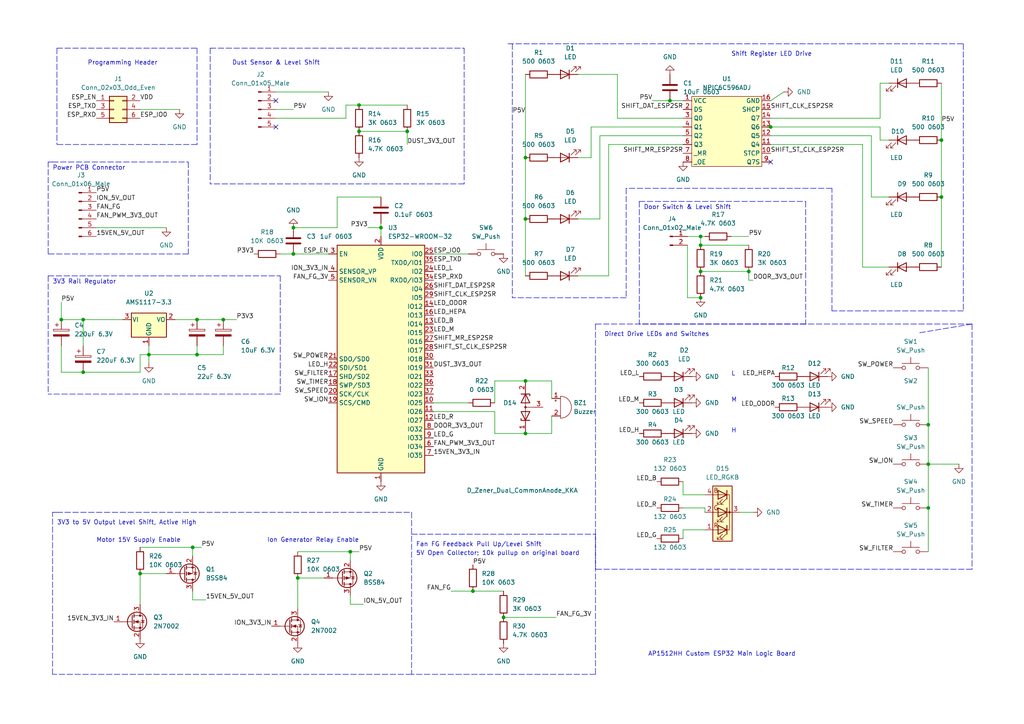
<source format=kicad_sch>
(kicad_sch (version 20211123) (generator eeschema)
  (paper "A4")
  (lib_symbols
    (symbol "A_Project_Library:NPIC6C596ADJ"
      (property "Reference" "U" (at 0 6.35 0))
      (property "Value" "NPIC6C596ADJ" (at 0 -11.43 0))
      (symbol "NPIC6C596ADJ_1_1"
        (pin power_in line (at -12.7 11.43 0) (length 2.54) (name "VCC") (number "1"))
        (pin input line (at 12.7 -3.81 180) (length 2.54) (name "STCP") (number "10"))
        (pin open_collector line (at 12.7 -1.27 180) (length 2.54) (name "Q4") (number "11"))
        (pin open_collector line (at 12.7 1.27 180) (length 2.54) (name "Q5") (number "12"))
        (pin open_collector line (at 12.7 3.81 180) (length 2.54) (name "Q6") (number "13"))
        (pin open_collector line (at 12.7 6.35 180) (length 2.54) (name "Q7") (number "14"))
        (pin input line (at 12.7 8.89 180) (length 2.54) (name "SHCP") (number "15"))
        (pin power_in line (at 12.7 11.43 180) (length 2.54) (name "GND") (number "16"))
        (pin input line (at -12.7 8.89 0) (length 2.54) (name "DS") (number "2"))
        (pin open_collector line (at -12.7 6.35 0) (length 2.54) (name "Q0") (number "3"))
        (pin open_collector line (at -12.7 3.81 0) (length 2.54) (name "Q1") (number "4"))
        (pin open_collector line (at -12.7 1.27 0) (length 2.54) (name "Q2") (number "5"))
        (pin open_collector line (at -12.7 -1.27 0) (length 2.54) (name "Q3") (number "6"))
        (pin input line (at -12.7 -3.81 0) (length 2.54) (name "_MR") (number "7"))
        (pin input line (at -12.7 -6.35 0) (length 2.54) (name "_OE") (number "8"))
        (pin open_collector line (at 12.7 -6.35 180) (length 2.54) (name "Q7S") (number "9"))
      )
    )
    (symbol "Connector:Conn_01x02_Male" (pin_names (offset 1.016) hide)
      (property "Reference" "J" (at 0 2.54 0))
      (property "Value" "Conn_01x02_Male" (at 0 -5.08 0))
      (symbol "Conn_01x02_Male_1_1"
        (pin passive line (at 5.08 0 180) (length 3.81) (name "Pin_1") (number "1"))
        (pin passive line (at 5.08 -2.54 180) (length 3.81) (name "Pin_2") (number "2"))
      )
    )
    (symbol "Connector:Conn_01x05_Male" (pin_names (offset 1.016) hide)
      (property "Reference" "J" (at 0 7.62 0))
      (property "Value" "Conn_01x05_Male" (at 0 -7.62 0))
      (symbol "Conn_01x05_Male_1_1"
        (pin passive line (at 5.08 5.08 180) (length 3.81) (name "Pin_1") (number "1"))
        (pin passive line (at 5.08 2.54 180) (length 3.81) (name "Pin_2") (number "2"))
        (pin passive line (at 5.08 0 180) (length 3.81) (name "Pin_3") (number "3"))
        (pin passive line (at 5.08 -2.54 180) (length 3.81) (name "Pin_4") (number "4"))
        (pin passive line (at 5.08 -5.08 180) (length 3.81) (name "Pin_5") (number "5"))
      )
    )
    (symbol "Connector:Conn_01x06_Male" (pin_names (offset 1.016) hide)
      (property "Reference" "J" (at 0 7.62 0))
      (property "Value" "Conn_01x06_Male" (at 0 -10.16 0))
      (symbol "Conn_01x06_Male_1_1"
        (pin passive line (at 5.08 5.08 180) (length 3.81) (name "Pin_1") (number "1"))
        (pin passive line (at 5.08 2.54 180) (length 3.81) (name "Pin_2") (number "2"))
        (pin passive line (at 5.08 0 180) (length 3.81) (name "Pin_3") (number "3"))
        (pin passive line (at 5.08 -2.54 180) (length 3.81) (name "Pin_4") (number "4"))
        (pin passive line (at 5.08 -5.08 180) (length 3.81) (name "Pin_5") (number "5"))
        (pin passive line (at 5.08 -7.62 180) (length 3.81) (name "Pin_6") (number "6"))
      )
    )
    (symbol "Connector_Generic:Conn_02x03_Odd_Even" (pin_names (offset 1.016) hide)
      (property "Reference" "J" (at 1.27 5.08 0))
      (property "Value" "Conn_02x03_Odd_Even" (at 1.27 -5.08 0))
      (symbol "Conn_02x03_Odd_Even_1_1"
        (pin passive line (at -5.08 2.54 0) (length 3.81) (name "Pin_1") (number "1"))
        (pin passive line (at 7.62 2.54 180) (length 3.81) (name "Pin_2") (number "2"))
        (pin passive line (at -5.08 0 0) (length 3.81) (name "Pin_3") (number "3"))
        (pin passive line (at 7.62 0 180) (length 3.81) (name "Pin_4") (number "4"))
        (pin passive line (at -5.08 -2.54 0) (length 3.81) (name "Pin_5") (number "5"))
        (pin passive line (at 7.62 -2.54 180) (length 3.81) (name "Pin_6") (number "6"))
      )
    )
    (symbol "Device:Buzzer" (pin_names (offset 0.0254) hide)
      (property "Reference" "BZ" (at 3.81 1.27 0))
      (property "Value" "Buzzer" (at 3.81 -1.27 0))
      (symbol "Buzzer_1_1"
        (pin passive line (at -2.54 2.54 0) (length 2.54) (name "-") (number "1"))
        (pin passive line (at -2.54 -2.54 0) (length 2.54) (name "+") (number "2"))
      )
    )
    (symbol "Device:C" (pin_numbers hide) (pin_names (offset 0.254))
      (property "Reference" "C" (at 0.635 2.54 0))
      (property "Value" "C" (at 0.635 -2.54 0))
      (symbol "C_1_1"
        (pin passive line (at 0 3.81 270) (length 2.794) (name "~") (number "1"))
        (pin passive line (at 0 -3.81 90) (length 2.794) (name "~") (number "2"))
      )
    )
    (symbol "Device:C_Polarized" (pin_numbers hide) (pin_names (offset 0.254))
      (property "Reference" "C" (at 0.635 2.54 0))
      (property "Value" "C_Polarized" (at 0.635 -2.54 0))
      (symbol "C_Polarized_1_1"
        (pin passive line (at 0 3.81 270) (length 2.794) (name "~") (number "1"))
        (pin passive line (at 0 -3.81 90) (length 2.794) (name "~") (number "2"))
      )
    )
    (symbol "Device:D_Zener_Dual_CommonAnode_KKA" (pin_names (offset 0.762) hide)
      (property "Reference" "D" (at 1.27 -2.54 0))
      (property "Value" "D_Zener_Dual_CommonAnode_KKA" (at 0 2.54 0))
      (symbol "D_Zener_Dual_CommonAnode_KKA_0_1"
        (pin passive line (at -7.62 0 0) (length 3.81) (name "K") (number "1"))
        (pin passive line (at 7.62 0 180) (length 3.81) (name "K") (number "2"))
        (pin passive line (at 0 -5.08 90) (length 2.54) (name "A") (number "3"))
      )
    )
    (symbol "Device:LED" (pin_numbers hide) (pin_names (offset 1.016) hide)
      (property "Reference" "D" (at 0 2.54 0))
      (property "Value" "LED" (at 0 -2.54 0))
      (symbol "LED_1_1"
        (pin passive line (at -3.81 0 0) (length 2.54) (name "K") (number "1"))
        (pin passive line (at 3.81 0 180) (length 2.54) (name "A") (number "2"))
      )
    )
    (symbol "Device:LED_RGKB" (pin_names (offset 0) hide)
      (property "Reference" "D" (at 0 9.398 0))
      (property "Value" "LED_RGKB" (at 0 -8.89 0))
      (symbol "LED_RGKB_0_0"
        (text "B" (at 1.905 -6.35 0) (effects (font (size 1.27 1.27))))
        (text "G" (at 1.905 -1.27 0) (effects (font (size 1.27 1.27))))
        (text "R" (at 1.905 3.81 0) (effects (font (size 1.27 1.27))))
      )
      (symbol "LED_RGKB_1_1"
        (pin passive line (at 5.08 5.08 180) (length 2.54) (name "RA") (number "1"))
        (pin passive line (at 5.08 0 180) (length 2.54) (name "GA") (number "2"))
        (pin passive line (at -5.08 0 0) (length 2.54) (name "K") (number "3"))
        (pin passive line (at 5.08 -5.08 180) (length 2.54) (name "BA") (number "4"))
      )
    )
    (symbol "Device:R" (pin_numbers hide) (pin_names (offset 0))
      (property "Reference" "R" (at 2.032 0 90))
      (property "Value" "R" (at 0 0 90))
      (symbol "R_1_1"
        (pin passive line (at 0 3.81 270) (length 1.27) (name "~") (number "1"))
        (pin passive line (at 0 -3.81 90) (length 1.27) (name "~") (number "2"))
      )
    )
    (symbol "RF_Module:ESP32-WROOM-32"
      (property "Reference" "U" (at -12.7 34.29 0))
      (property "Value" "ESP32-WROOM-32" (at 1.27 34.29 0))
      (symbol "ESP32-WROOM-32_1_1"
        (pin power_in line (at 0 -35.56 90) (length 2.54) (name "GND") (number "1"))
        (pin bidirectional line (at 15.24 -12.7 180) (length 2.54) (name "IO25") (number "10"))
        (pin bidirectional line (at 15.24 -15.24 180) (length 2.54) (name "IO26") (number "11"))
        (pin bidirectional line (at 15.24 -17.78 180) (length 2.54) (name "IO27") (number "12"))
        (pin bidirectional line (at 15.24 10.16 180) (length 2.54) (name "IO14") (number "13"))
        (pin bidirectional line (at 15.24 15.24 180) (length 2.54) (name "IO12") (number "14"))
        (pin passive line (at 0 -35.56 90) (length 2.54) hide (name "GND") (number "15"))
        (pin bidirectional line (at 15.24 12.7 180) (length 2.54) (name "IO13") (number "16"))
        (pin bidirectional line (at -15.24 -5.08 0) (length 2.54) (name "SHD/SD2") (number "17"))
        (pin bidirectional line (at -15.24 -7.62 0) (length 2.54) (name "SWP/SD3") (number "18"))
        (pin bidirectional line (at -15.24 -12.7 0) (length 2.54) (name "SCS/CMD") (number "19"))
        (pin power_in line (at 0 35.56 270) (length 2.54) (name "VDD") (number "2"))
        (pin bidirectional line (at -15.24 -10.16 0) (length 2.54) (name "SCK/CLK") (number "20"))
        (pin bidirectional line (at -15.24 0 0) (length 2.54) (name "SDO/SD0") (number "21"))
        (pin bidirectional line (at -15.24 -2.54 0) (length 2.54) (name "SDI/SD1") (number "22"))
        (pin bidirectional line (at 15.24 7.62 180) (length 2.54) (name "IO15") (number "23"))
        (pin bidirectional line (at 15.24 25.4 180) (length 2.54) (name "IO2") (number "24"))
        (pin bidirectional line (at 15.24 30.48 180) (length 2.54) (name "IO0") (number "25"))
        (pin bidirectional line (at 15.24 20.32 180) (length 2.54) (name "IO4") (number "26"))
        (pin bidirectional line (at 15.24 5.08 180) (length 2.54) (name "IO16") (number "27"))
        (pin bidirectional line (at 15.24 2.54 180) (length 2.54) (name "IO17") (number "28"))
        (pin bidirectional line (at 15.24 17.78 180) (length 2.54) (name "IO5") (number "29"))
        (pin input line (at -15.24 30.48 0) (length 2.54) (name "EN") (number "3"))
        (pin bidirectional line (at 15.24 0 180) (length 2.54) (name "IO18") (number "30"))
        (pin bidirectional line (at 15.24 -2.54 180) (length 2.54) (name "IO19") (number "31"))
        (pin no_connect line (at -12.7 -27.94 0) (length 2.54) hide (name "NC") (number "32"))
        (pin bidirectional line (at 15.24 -5.08 180) (length 2.54) (name "IO21") (number "33"))
        (pin bidirectional line (at 15.24 22.86 180) (length 2.54) (name "RXD0/IO3") (number "34"))
        (pin bidirectional line (at 15.24 27.94 180) (length 2.54) (name "TXD0/IO1") (number "35"))
        (pin bidirectional line (at 15.24 -7.62 180) (length 2.54) (name "IO22") (number "36"))
        (pin bidirectional line (at 15.24 -10.16 180) (length 2.54) (name "IO23") (number "37"))
        (pin passive line (at 0 -35.56 90) (length 2.54) hide (name "GND") (number "38"))
        (pin passive line (at 0 -35.56 90) (length 2.54) hide (name "GND") (number "39"))
        (pin input line (at -15.24 25.4 0) (length 2.54) (name "SENSOR_VP") (number "4"))
        (pin input line (at -15.24 22.86 0) (length 2.54) (name "SENSOR_VN") (number "5"))
        (pin input line (at 15.24 -25.4 180) (length 2.54) (name "IO34") (number "6"))
        (pin input line (at 15.24 -27.94 180) (length 2.54) (name "IO35") (number "7"))
        (pin bidirectional line (at 15.24 -20.32 180) (length 2.54) (name "IO32") (number "8"))
        (pin bidirectional line (at 15.24 -22.86 180) (length 2.54) (name "IO33") (number "9"))
      )
    )
    (symbol "Regulator_Linear:AMS1117-3.3" (pin_names (offset 0.254))
      (property "Reference" "U" (at -3.81 3.175 0))
      (property "Value" "AMS1117-3.3" (at 0 3.175 0))
      (symbol "AMS1117-3.3_1_1"
        (pin power_in line (at 0 -7.62 90) (length 2.54) (name "GND") (number "1"))
        (pin power_out line (at 7.62 0 180) (length 2.54) (name "VO") (number "2"))
        (pin power_in line (at -7.62 0 0) (length 2.54) (name "VI") (number "3"))
      )
    )
    (symbol "Switch:SW_Push" (pin_numbers hide) (pin_names (offset 1.016) hide)
      (property "Reference" "SW" (at 1.27 2.54 0))
      (property "Value" "SW_Push" (at 0 -1.524 0))
      (symbol "SW_Push_0_1"
        (pin passive line (at -5.08 0 0) (length 2.54) (name "1") (number "1"))
        (pin passive line (at 5.08 0 180) (length 2.54) (name "2") (number "2"))
      )
    )
    (symbol "Transistor_FET:2N7002" (pin_names hide)
      (property "Reference" "Q" (at 5.08 1.905 0))
      (property "Value" "2N7002" (at 5.08 0 0))
      (symbol "2N7002_1_1"
        (pin input line (at -5.08 0 0) (length 2.54) (name "G") (number "1"))
        (pin passive line (at 2.54 -5.08 90) (length 2.54) (name "S") (number "2"))
        (pin passive line (at 2.54 5.08 270) (length 2.54) (name "D") (number "3"))
      )
    )
    (symbol "Transistor_FET:BSS84" (pin_names hide)
      (property "Reference" "Q" (at 5.08 1.905 0))
      (property "Value" "BSS84" (at 5.08 0 0))
      (symbol "BSS84_1_1"
        (pin input line (at -5.08 0 0) (length 2.54) (name "G") (number "1"))
        (pin passive line (at 2.54 -5.08 90) (length 2.54) (name "S") (number "2"))
        (pin passive line (at 2.54 5.08 270) (length 2.54) (name "D") (number "3"))
      )
    )
    (symbol "power:GND" (power) (pin_names (offset 0))
      (property "Value" "GND" (at 0 -3.81 0))
      (symbol "GND_1_1"
        (pin power_in line (at 0 0 270) (length 0) hide (name "GND") (number "1"))
      )
    )
  )
  (junction (at 57.15 92.71))
  (junction (at 57.15 102.87))
  (junction (at 86.36 167.64))
  (junction (at 85.09 73.66))
  (junction (at 273.05 57.15))
  (junction (at 223.52 36.83))
  (junction (at 24.13 107.95))
  (junction (at 104.14 38.1))
  (junction (at 118.11 38.1))
  (junction (at 203.2 68.58))
  (junction (at 104.14 30.48))
  (junction (at 110.49 66.04))
  (junction (at 85.09 66.04))
  (junction (at 101.6 160.02))
  (junction (at 269.24 123.19))
  (junction (at 269.24 147.32))
  (junction (at 43.18 102.87))
  (junction (at 40.64 166.37))
  (junction (at 152.4 63.5))
  (junction (at 273.05 40.64))
  (junction (at 64.77 92.71))
  (junction (at 152.4 110.49))
  (junction (at 152.4 45.72))
  (junction (at 152.4 125.73))
  (junction (at 203.2 71.12))
  (junction (at 24.13 92.71))
  (junction (at 17.78 92.71))
  (junction (at 203.2 86.36))
  (junction (at 217.17 78.74))
  (junction (at 269.24 134.62))
  (junction (at 137.16 171.45))
  (junction (at 146.05 179.07))
  (junction (at 203.2 78.74))
  (junction (at 55.88 158.75))
  (junction (at 194.31 29.21))
  (no_connect (at 223.52 46.99))
  (no_connect (at 80.01 36.83))
  (no_connect (at 80.01 29.21))
  (polyline (pts (xy 13.97 73.66) (xy 13.97 46.99)))
  (wire (pts (xy 255.27 24.13) (xy 255.27 34.29)))
  (wire (pts (xy 203.2 71.12) (xy 217.17 71.12)))
  (wire (pts (xy 250.19 41.91) (xy 223.52 41.91)))
  (wire (pts (xy 152.4 110.49) (xy 160.02 110.49)))
  (wire (pts (xy 269.24 134.62) (xy 278.13 134.62)))
  (polyline (pts (xy 15.24 148.59) (xy 16.51 148.59)))
  (polyline (pts (xy 15.24 46.99) (xy 54.61 46.99)))
  (wire (pts (xy 204.47 147.32) (xy 204.47 148.59)))
  (wire (pts (xy 40.64 166.37) (xy 40.64 175.26)))
  (wire (pts (xy 152.4 125.73) (xy 143.51 125.73)))
  (wire (pts (xy 57.15 102.87) (xy 57.15 100.33)))
  (wire (pts (xy 143.51 116.84) (xy 143.51 110.49)))
  (wire (pts (xy 100.33 30.48) (xy 104.14 30.48)))
  (wire (pts (xy 167.64 45.72) (xy 171.45 45.72)))
  (wire (pts (xy 218.44 81.28) (xy 217.17 81.28)))
  (wire (pts (xy 198.12 153.67) (xy 198.12 156.21)))
  (wire (pts (xy 189.23 29.21) (xy 194.31 29.21)))
  (wire (pts (xy 125.73 116.84) (xy 135.89 116.84)))
  (wire (pts (xy 110.49 57.15) (xy 97.79 57.15)))
  (wire (pts (xy 217.17 81.28) (xy 217.17 78.74)))
  (polyline (pts (xy 134.62 13.97) (xy 134.62 53.34)))
  (wire (pts (xy 173.99 39.37) (xy 173.99 63.5)))
  (wire (pts (xy 171.45 45.72) (xy 171.45 36.83)))
  (wire (pts (xy 24.13 92.71) (xy 24.13 100.33)))
  (polyline (pts (xy 185.42 58.42) (xy 185.42 93.98)))
  (polyline (pts (xy 13.97 46.99) (xy 15.24 46.99)))
  (polyline (pts (xy 119.38 148.59) (xy 119.38 195.58)))
  (polyline (pts (xy 279.4 12.7) (xy 279.4 90.17)))
  (wire (pts (xy 17.78 87.63) (xy 17.78 92.71)))
  (polyline (pts (xy 241.3 90.17) (xy 241.3 54.61)))
  (wire (pts (xy 194.31 29.21) (xy 198.12 29.21)))
  (wire (pts (xy 257.81 40.64) (xy 255.27 40.64)))
  (wire (pts (xy 214.63 148.59) (xy 218.44 148.59)))
  (wire (pts (xy 97.79 66.04) (xy 85.09 66.04)))
  (wire (pts (xy 227.33 26.67) (xy 223.52 29.21)))
  (polyline (pts (xy 60.96 13.97) (xy 134.62 13.97)))
  (wire (pts (xy 143.51 125.73) (xy 143.51 119.38)))
  (wire (pts (xy 80.01 31.75) (xy 85.09 31.75)))
  (polyline (pts (xy 16.51 148.59) (xy 119.38 148.59)))
  (polyline (pts (xy 54.61 73.66) (xy 13.97 73.66)))
  (polyline (pts (xy 13.97 80.01) (xy 13.97 114.3)))
  (polyline (pts (xy 172.72 195.58) (xy 119.38 195.58)))
  (wire (pts (xy 176.53 80.01) (xy 176.53 41.91)))
  (wire (pts (xy 273.05 57.15) (xy 273.05 77.47)))
  (wire (pts (xy 269.24 123.19) (xy 269.24 134.62)))
  (wire (pts (xy 167.64 63.5) (xy 173.99 63.5)))
  (wire (pts (xy 86.36 167.64) (xy 86.36 176.53)))
  (wire (pts (xy 40.64 31.75) (xy 52.07 31.75)))
  (wire (pts (xy 101.6 172.72) (xy 101.6 175.26)))
  (wire (pts (xy 57.15 92.71) (xy 64.77 92.71)))
  (polyline (pts (xy 172.72 93.98) (xy 281.94 93.98)))
  (wire (pts (xy 130.81 171.45) (xy 137.16 171.45)))
  (wire (pts (xy 199.39 68.58) (xy 203.2 68.58)))
  (polyline (pts (xy 148.59 12.7) (xy 148.59 86.36)))
  (polyline (pts (xy 119.38 154.94) (xy 172.72 154.94)))
  (wire (pts (xy 273.05 24.13) (xy 273.05 40.64)))
  (wire (pts (xy 212.09 68.58) (xy 217.17 68.58)))
  (wire (pts (xy 80.01 26.67) (xy 95.25 26.67)))
  (wire (pts (xy 104.14 30.48) (xy 118.11 30.48)))
  (wire (pts (xy 40.64 102.87) (xy 43.18 102.87)))
  (wire (pts (xy 269.24 106.68) (xy 269.24 123.19)))
  (wire (pts (xy 160.02 115.57) (xy 160.02 110.49)))
  (wire (pts (xy 223.52 39.37) (xy 252.73 39.37)))
  (wire (pts (xy 199.39 71.12) (xy 199.39 86.36)))
  (polyline (pts (xy 134.62 53.34) (xy 60.96 53.34)))
  (polyline (pts (xy 181.61 86.36) (xy 148.59 86.36)))
  (wire (pts (xy 101.6 175.26) (xy 105.41 175.26)))
  (wire (pts (xy 252.73 57.15) (xy 257.81 57.15)))
  (polyline (pts (xy 185.42 58.42) (xy 233.68 58.42)))
  (wire (pts (xy 269.24 147.32) (xy 269.24 160.02)))
  (wire (pts (xy 110.49 66.04) (xy 110.49 68.58)))
  (wire (pts (xy 199.39 86.36) (xy 203.2 86.36)))
  (wire (pts (xy 43.18 102.87) (xy 57.15 102.87)))
  (polyline (pts (xy 13.97 80.01) (xy 81.28 80.01)))
  (wire (pts (xy 171.45 36.83) (xy 198.12 36.83)))
  (wire (pts (xy 101.6 160.02) (xy 86.36 160.02)))
  (wire (pts (xy 257.81 24.13) (xy 255.27 24.13)))
  (wire (pts (xy 203.2 78.74) (xy 217.17 78.74)))
  (polyline (pts (xy 172.72 154.94) (xy 172.72 195.58)))
  (wire (pts (xy 203.2 68.58) (xy 204.47 68.58)))
  (polyline (pts (xy 16.51 13.97) (xy 16.51 41.91)))
  (wire (pts (xy 167.64 21.59) (xy 179.07 21.59)))
  (polyline (pts (xy 54.61 46.99) (xy 54.61 73.66)))
  (wire (pts (xy 97.79 57.15) (xy 97.79 66.04)))
  (wire (pts (xy 24.13 92.71) (xy 35.56 92.71)))
  (wire (pts (xy 204.47 143.51) (xy 198.12 143.51)))
  (wire (pts (xy 204.47 153.67) (xy 198.12 153.67)))
  (polyline (pts (xy 241.3 54.61) (xy 181.61 54.61)))
  (wire (pts (xy 85.09 73.66) (xy 95.25 73.66)))
  (wire (pts (xy 152.4 45.72) (xy 152.4 63.5)))
  (wire (pts (xy 104.14 160.02) (xy 101.6 160.02)))
  (polyline (pts (xy 57.15 41.91) (xy 16.51 41.91)))
  (wire (pts (xy 27.94 66.04) (xy 48.26 66.04)))
  (wire (pts (xy 160.02 125.73) (xy 160.02 120.65)))
  (wire (pts (xy 252.73 39.37) (xy 252.73 57.15)))
  (wire (pts (xy 146.05 179.07) (xy 161.29 179.07)))
  (wire (pts (xy 80.01 34.29) (xy 100.33 34.29)))
  (wire (pts (xy 50.8 92.71) (xy 57.15 92.71)))
  (wire (pts (xy 100.33 34.29) (xy 100.33 30.48)))
  (wire (pts (xy 17.78 107.95) (xy 24.13 107.95)))
  (wire (pts (xy 106.68 66.04) (xy 110.49 66.04)))
  (wire (pts (xy 167.64 80.01) (xy 176.53 80.01)))
  (wire (pts (xy 64.77 102.87) (xy 64.77 100.33)))
  (wire (pts (xy 222.25 36.83) (xy 223.52 36.83)))
  (wire (pts (xy 110.49 64.77) (xy 110.49 66.04)))
  (polyline (pts (xy 81.28 114.3) (xy 13.97 114.3)))
  (wire (pts (xy 64.77 92.71) (xy 68.58 92.71)))
  (polyline (pts (xy 281.94 165.1) (xy 172.72 165.1)))
  (polyline (pts (xy 233.68 58.42) (xy 233.68 93.98)))
  (polyline (pts (xy 60.96 13.97) (xy 60.96 53.34)))
  (wire (pts (xy 40.64 166.37) (xy 48.26 166.37)))
  (polyline (pts (xy 81.28 80.01) (xy 81.28 114.3)))
  (wire (pts (xy 250.19 41.91) (xy 250.19 77.47)))
  (wire (pts (xy 86.36 167.64) (xy 93.98 167.64)))
  (wire (pts (xy 101.6 160.02) (xy 101.6 162.56)))
  (wire (pts (xy 152.4 21.59) (xy 152.4 45.72)))
  (wire (pts (xy 179.07 34.29) (xy 198.12 34.29)))
  (wire (pts (xy 173.99 39.37) (xy 198.12 39.37)))
  (wire (pts (xy 104.14 38.1) (xy 118.11 38.1)))
  (wire (pts (xy 40.64 107.95) (xy 40.64 102.87)))
  (wire (pts (xy 57.15 102.87) (xy 64.77 102.87)))
  (wire (pts (xy 179.07 21.59) (xy 179.07 34.29)))
  (wire (pts (xy 198.12 147.32) (xy 204.47 147.32)))
  (wire (pts (xy 203.2 68.58) (xy 203.2 71.12)))
  (polyline (pts (xy 281.94 93.98) (xy 281.94 165.1)))
  (wire (pts (xy 43.18 100.33) (xy 43.18 102.87)))
  (wire (pts (xy 81.28 73.66) (xy 85.09 73.66)))
  (polyline (pts (xy 57.15 13.97) (xy 57.15 41.91)))
  (polyline (pts (xy 233.68 93.98) (xy 185.42 93.98)))
  (wire (pts (xy 143.51 110.49) (xy 152.4 110.49)))
  (polyline (pts (xy 16.51 13.97) (xy 57.15 13.97)))
  (polyline (pts (xy 281.94 93.98) (xy 266.7 96.52)))
  (wire (pts (xy 125.73 73.66) (xy 135.89 73.66)))
  (wire (pts (xy 43.18 102.87) (xy 43.18 105.41)))
  (wire (pts (xy 118.11 38.1) (xy 118.11 41.91)))
  (wire (pts (xy 58.42 158.75) (xy 55.88 158.75)))
  (wire (pts (xy 176.53 41.91) (xy 198.12 41.91)))
  (polyline (pts (xy 181.61 54.61) (xy 181.61 86.36)))
  (polyline (pts (xy 119.38 195.58) (xy 15.24 195.58)))
  (wire (pts (xy 198.12 143.51) (xy 198.12 139.7)))
  (polyline (pts (xy 279.4 90.17) (xy 241.3 90.17)))
  (polyline (pts (xy 147.32 12.7) (xy 279.4 12.7)))
  (polyline (pts (xy 172.72 93.98) (xy 172.72 165.1)))
  (wire (pts (xy 24.13 107.95) (xy 40.64 107.95)))
  (wire (pts (xy 257.81 77.47) (xy 250.19 77.47)))
  (wire (pts (xy 269.24 134.62) (xy 269.24 147.32)))
  (wire (pts (xy 55.88 158.75) (xy 55.88 161.29)))
  (wire (pts (xy 143.51 119.38) (xy 125.73 119.38)))
  (wire (pts (xy 55.88 158.75) (xy 40.64 158.75)))
  (wire (pts (xy 255.27 36.83) (xy 223.52 36.83)))
  (wire (pts (xy 55.88 173.99) (xy 59.69 173.99)))
  (wire (pts (xy 137.16 171.45) (xy 146.05 171.45)))
  (wire (pts (xy 255.27 40.64) (xy 255.27 36.83)))
  (wire (pts (xy 17.78 100.33) (xy 17.78 107.95)))
  (wire (pts (xy 255.27 34.29) (xy 223.52 34.29)))
  (wire (pts (xy 17.78 92.71) (xy 24.13 92.71)))
  (wire (pts (xy 273.05 40.64) (xy 273.05 57.15)))
  (polyline (pts (xy 15.24 195.58) (xy 15.24 148.59)))
  (wire (pts (xy 152.4 125.73) (xy 160.02 125.73)))
  (wire (pts (xy 152.4 63.5) (xy 152.4 80.01)))
  (wire (pts (xy 55.88 171.45) (xy 55.88 173.99)))
  (text "Dust Sensor & Level Shift" (at 67.31 19.05 0) (effects (font (size 1.27 1.27)) (justify left bottom)))
  (text "Fan FG Feedback Pull Up/Level Shift" (at 120.65 158.75 0) (effects (font (size 1.27 1.27)) (justify left bottom)))
  (text "5V Open Collector; 10k pullup on original board\n" (at 120.65 161.29 0) (effects (font (size 1.27 1.27)) (justify left bottom)))
  (text "3V3 to 5V Output Level Shift, Active High" (at 16.51 152.4 0) (effects (font (size 1.27 1.27)) (justify left bottom)))
  (text "H" (at 212.09 125.73 0) (effects (font (size 1.27 1.27)) (justify left bottom)))
  (text "Power PCB Connector\n" (at 15.24 49.53 0) (effects (font (size 1.27 1.27)) (justify left bottom)))
  (text "3V3 Rail Regulator\n" (at 15.24 82.55 0) (effects (font (size 1.27 1.27)) (justify left bottom)))
  (text "Ion Generator Relay Enable" (at 77.47 157.48 0) (effects (font (size 1.27 1.27)) (justify left bottom)))
  (text "Door Switch & Level Shift" (at 186.69 60.96 0) (effects (font (size 1.27 1.27)) (justify left bottom)))
  (text "Shift Register LED Drive" (at 212.09 16.51 0) (effects (font (size 1.27 1.27)) (justify left bottom)))
  (text "Programming Header\n" (at 25.4 19.05 0) (effects (font (size 1.27 1.27)) (justify left bottom)))
  (text "L\n" (at 212.09 109.22 0) (effects (font (size 1.27 1.27)) (justify left bottom)))
  (text "Direct Drive LEDs and Switches" (at 175.26 97.79 0) (effects (font (size 1.27 1.27)) (justify left bottom)))
  (text "M" (at 212.09 116.84 0) (effects (font (size 1.27 1.27)) (justify left bottom)))
  (text "Motor 15V Supply Enable" (at 27.94 157.48 0) (effects (font (size 1.27 1.27)) (justify left bottom)))
  (text "AP1512HH Custom ESP32 Main Logic Board" (at 187.96 190.5 0) (effects (font (size 1.27 1.27)) (justify left bottom)))
  (label "VDD" (at 40.64 29.21 0))
  (label "SW_SPEED" (at 95.25 114.3 180))
  (label "P5V" (at 58.42 158.75 0))
  (label "DOOR_3V3_OUT" (at 125.73 124.46 0))
  (label "LED_H" (at 185.42 125.73 180))
  (label "LED_M" (at 125.73 96.52 0))
  (label "P5V" (at 217.17 68.58 0))
  (label "SHIFT_DAT_ESP2SR" (at 125.73 83.82 0))
  (label "P5V" (at 273.05 35.56 0))
  (label "P5V" (at 152.4 33.02 180))
  (label "P3V3" (at 73.66 73.66 180))
  (label "SW_TIMER" (at 95.25 111.76 180))
  (label "ION_5V_OUT" (at 27.94 58.42 0))
  (label "P3V3" (at 68.58 92.71 0))
  (label "ESP_IO0" (at 40.64 34.29 0))
  (label "SW_SPEED" (at 259.08 123.19 180))
  (label "SW_ION" (at 259.08 134.62 180))
  (label "SHIFT_CLK_ESP2SR" (at 125.73 86.36 0))
  (label "LED_ODOR" (at 224.79 118.11 180))
  (label "DUST_3V3_OUT" (at 118.11 41.91 0))
  (label "ESP_EN" (at 95.25 73.66 180))
  (label "DOOR_3V3_OUT" (at 218.44 81.28 0))
  (label "SW_FILTER" (at 259.08 160.02 180))
  (label "LED_B" (at 125.73 93.98 0))
  (label "LED_G" (at 190.5 156.21 180))
  (label "P5V" (at 104.14 160.02 0))
  (label "SHIFT_MR_ESP2SR" (at 198.12 44.45 180))
  (label "SW_POWER" (at 95.25 104.14 180))
  (label "LED_H" (at 95.25 106.68 180))
  (label "FAN_FG_3V" (at 161.29 179.07 0))
  (label "SW_ION" (at 95.25 116.84 180))
  (label "FAN_FG" (at 27.94 60.96 0))
  (label "15VEN_3V3_IN" (at 33.02 180.34 180))
  (label "LED_HEPA" (at 125.73 91.44 0))
  (label "LED_M" (at 185.42 116.84 180))
  (label "LED_B" (at 190.5 139.7 180))
  (label "ESP_EN" (at 27.94 29.21 180))
  (label "P5V" (at 189.23 29.21 180))
  (label "ESP_RXD" (at 125.73 81.28 0))
  (label "DUST_3V3_OUT" (at 125.73 106.68 0))
  (label "15VEN_3V3_IN" (at 125.73 132.08 0))
  (label "15VEN_5V_OUT" (at 27.94 68.58 0))
  (label "SHIFT_DAT_ESP2SR" (at 198.12 31.75 180))
  (label "SW_FILTER" (at 95.25 109.22 180))
  (label "LED_L" (at 125.73 78.74 0))
  (label "ION_5V_OUT" (at 105.41 175.26 0))
  (label "SHIFT_MR_ESP2SR" (at 125.73 99.06 0))
  (label "ESP_TXD" (at 125.73 76.2 0))
  (label "ION_3V3_IN" (at 78.74 181.61 180))
  (label "P3V3" (at 106.68 66.04 180))
  (label "P5V" (at 27.94 55.88 0))
  (label "SHIFT_CLK_ESP2SR" (at 223.52 31.75 0))
  (label "P5V" (at 137.16 163.83 0))
  (label "SW_POWER" (at 259.08 106.68 180))
  (label "LED_R" (at 190.5 147.32 180))
  (label "SW_TIMER" (at 259.08 147.32 180))
  (label "ESP_IO0" (at 125.73 73.66 0))
  (label "ESP_RXD" (at 27.94 34.29 180))
  (label "P5V" (at 85.09 31.75 0))
  (label "ION_3V3_IN" (at 95.25 78.74 180))
  (label "SHIFT_ST_CLK_ESP2SR" (at 125.73 101.6 0))
  (label "15VEN_5V_OUT" (at 59.69 173.99 0))
  (label "ESP_TXD" (at 27.94 31.75 180))
  (label "FAN_PWM_3V3_OUT" (at 27.94 63.5 0))
  (label "LED_G" (at 125.73 127 0))
  (label "LED_R" (at 125.73 121.92 0))
  (label "LED_HEPA" (at 224.79 109.22 180))
  (label "SHIFT_ST_CLK_ESP2SR" (at 223.52 44.45 0))
  (label "P5V" (at 17.78 87.63 0))
  (label "FAN_FG" (at 130.81 171.45 180))
  (label "LED_ODOR" (at 125.73 88.9 0))
  (label "FAN_PWM_3V3_OUT" (at 125.73 129.54 0))
  (label "LED_L" (at 185.42 109.22 180))
  (label "FAN_FG_3V" (at 95.25 81.28 180))
  (symbol (lib_id "power:GND") (at 278.13 134.62 0) (unit 1)
    (property "Reference" "#PWR017" (effects hide))
    (property "Value" "GND" (at 278.13 139.7 0))
  )
  (symbol (lib_id "power:GND") (at 240.03 118.11 90) (unit 1)
    (property "Reference" "#PWR015" (effects hide))
    (property "Value" "GND" (at 243.84 118.1099 90) (effects (justify right)))
  )
  (symbol (lib_id "Switch:SW_Push") (at 264.16 123.19 0) (unit 1)
    (property "Reference" "SW2" (at 264.16 110.49 0))
    (property "Value" "SW_Push" (at 264.16 118.11 0))
    (property "Footprint" "Button_Switch_THT:SW_PUSH_6mm_H5mm" (effects hide))
  )
  (symbol (lib_id "Device:R") (at 189.23 125.73 90) (unit 1)
    (property "Reference" "R4" (at 189.23 123.19 90))
    (property "Value" "300 0603" (at 189.23 128.27 90))
    (property "Footprint" "Resistor_SMD:R_0603_1608Metric" (effects hide))
  )
  (symbol (lib_id "power:GND") (at 200.66 109.22 90) (unit 1)
    (property "Reference" "#PWR012" (effects hide))
    (property "Value" "GND" (at 204.47 109.2199 90) (effects (justify right)))
  )
  (symbol (lib_id "Transistor_FET:2N7002") (at 83.82 181.61 0) (unit 1)
    (property "Reference" "Q4" (at 90.17 180.3399 0) (effects (justify left)))
    (property "Value" "2N7002" (at 90.17 182.8799 0) (effects (justify left)))
    (property "Footprint" "Package_TO_SOT_SMD:SOT-23" (effects hide))
    (property "Datasheet" "https://www.onsemi.com/pub/Collateral/NDS7002A-D.PDF" (effects hide))
  )
  (symbol (lib_id "power:GND") (at 198.12 46.99 0) (unit 1)
    (property "Reference" "#PWR06" (effects hide))
    (property "Value" "GND" (at 198.12 52.07 0))
  )
  (symbol (lib_id "Device:R") (at 194.31 156.21 90) (unit 1)
    (property "Reference" "R25" (at 194.31 153.67 90))
    (property "Value" "132 0603" (at 194.31 158.75 90))
    (property "Footprint" "Resistor_SMD:R_0603_1608Metric" (effects hide))
  )
  (symbol (lib_id "Device:R") (at 156.21 80.01 90) (unit 1)
    (property "Reference" "R7" (at 156.21 73.66 90))
    (property "Value" "500 0603" (at 156.21 76.2 90))
    (property "Footprint" "Resistor_SMD:R_0603_1608Metric" (effects hide))
  )
  (symbol (lib_id "Device:R") (at 189.23 116.84 90) (unit 1)
    (property "Reference" "R3" (at 189.23 114.3 90))
    (property "Value" "300 0603" (at 189.23 119.38 90))
    (property "Footprint" "Resistor_SMD:R_0603_1608Metric" (effects hide))
  )
  (symbol (lib_id "Device:C_Polarized") (at 57.15 96.52 0) (unit 1)
    (property "Reference" "C5" (at 57.15 106.68 0) (effects (justify left)))
    (property "Value" "22uF 6.3V" (at 57.15 109.22 0) (effects (justify left)))
    (property "Footprint" "Capacitor_THT:C_Radial_D5.0mm_H11.0mm_P2.00mm" (effects hide))
  )
  (symbol (lib_id "Device:R") (at 86.36 163.83 0) (unit 1)
    (property "Reference" "R27" (at 88.9 162.5599 0) (effects (justify left)))
    (property "Value" "10K 0603" (at 88.9 165.0999 0) (effects (justify left)))
    (property "Footprint" "Resistor_SMD:R_0603_1608Metric" (effects hide))
  )
  (symbol (lib_id "Device:R") (at 118.11 34.29 0) (unit 1)
    (property "Reference" "R15" (at 120.65 33.0199 0) (effects (justify left)))
    (property "Value" "3K 0603" (at 120.65 35.5599 0) (effects (justify left)))
    (property "Footprint" "Resistor_SMD:R_0603_1608Metric" (effects hide))
  )
  (symbol (lib_id "Device:R") (at 269.24 77.47 90) (unit 1)
    (property "Reference" "R8" (at 269.24 71.12 90))
    (property "Value" "500 0603" (at 269.24 73.66 90))
    (property "Footprint" "Resistor_SMD:R_0603_1608Metric" (effects hide))
  )
  (symbol (lib_id "Device:LED") (at 163.83 45.72 180) (unit 1)
    (property "Reference" "D5" (at 165.4175 38.1 0))
    (property "Value" "LED" (at 165.4175 40.64 0))
    (property "Footprint" "LED_THT:LED_D3.0mm" (effects hide))
  )
  (symbol (lib_id "Device:R") (at 104.14 34.29 0) (unit 1)
    (property "Reference" "R14" (at 106.68 33.0199 0) (effects (justify left)))
    (property "Value" "3K 0603" (at 106.68 35.5599 0) (effects (justify left)))
    (property "Footprint" "Resistor_SMD:R_0603_1608Metric" (effects hide))
  )
  (symbol (lib_id "Device:LED") (at 163.83 80.01 180) (unit 1)
    (property "Reference" "D7" (at 165.4175 72.39 0))
    (property "Value" "LED" (at 165.4175 74.93 0))
    (property "Footprint" "LED_THT:LED_D3.0mm" (effects hide))
  )
  (symbol (lib_id "Device:LED_RGKB") (at 209.55 148.59 180) (unit 1)
    (property "Reference" "D15" (at 209.55 135.89 0))
    (property "Value" "LED_RGKB" (at 209.55 138.43 0))
    (property "Footprint" "LED_THT:LED_D5.0mm-4_RGB" (effects hide))
  )
  (symbol (lib_id "Transistor_FET:BSS84") (at 99.06 167.64 0) (mirror x) (unit 1)
    (property "Reference" "Q2" (at 105.41 166.3699 0) (effects (justify left)))
    (property "Value" "BSS84" (at 105.41 168.9099 0) (effects (justify left)))
    (property "Footprint" "Package_TO_SOT_SMD:SOT-23" (effects hide))
    (property "Datasheet" "http://assets.nexperia.com/documents/data-sheet/BSS84.pdf" (effects hide))
  )
  (symbol (lib_id "power:GND") (at 200.66 125.73 90) (unit 1)
    (property "Reference" "#PWR016" (effects hide))
    (property "Value" "GND" (at 204.47 125.7299 90) (effects (justify right)))
  )
  (symbol (lib_id "power:GND") (at 48.26 66.04 0) (unit 1)
    (property "Reference" "#PWR07" (effects hide))
    (property "Value" "GND" (at 48.26 71.12 0))
  )
  (symbol (lib_id "Device:R") (at 156.21 63.5 90) (unit 1)
    (property "Reference" "R6" (at 156.21 57.15 90))
    (property "Value" "500 0603" (at 156.21 59.69 90))
    (property "Footprint" "Resistor_SMD:R_0603_1608Metric" (effects hide))
  )
  (symbol (lib_id "Connector:Conn_01x02_Male") (at 194.31 68.58 0) (unit 1)
    (property "Reference" "J4" (at 194.945 63.5 0))
    (property "Value" "Conn_01x02_Male" (at 194.945 66.04 0))
    (property "Footprint" "Connector_JST:JST_XH_S2B-XH-A-1_1x02_P2.50mm_Horizontal" (effects hide))
  )
  (symbol (lib_id "Device:D_Zener_Dual_CommonAnode_KKA") (at 152.4 118.11 90) (unit 1)
    (property "Reference" "D14" (at 149.86 116.8399 90) (effects (justify left)))
    (property "Value" "D_Zener_Dual_CommonAnode_KKA" (at 167.64 142.24 90) (effects (justify left)))
    (property "Footprint" "Package_TO_SOT_SMD:SOT-23" (effects hide))
  )
  (symbol (lib_id "Device:R") (at 194.31 147.32 90) (unit 1)
    (property "Reference" "R24" (at 194.31 144.78 90))
    (property "Value" "132 0603" (at 194.31 149.86 90))
    (property "Footprint" "Resistor_SMD:R_0603_1608Metric" (effects hide))
  )
  (symbol (lib_id "Device:R") (at 203.2 82.55 0) (unit 1)
    (property "Reference" "R21" (at 205.74 81.2799 0) (effects (justify left)))
    (property "Value" "4.7K 0603" (at 205.74 83.8199 0) (effects (justify left)))
    (property "Footprint" "Resistor_SMD:R_0603_1608Metric" (effects hide))
  )
  (symbol (lib_id "Device:R") (at 146.05 175.26 0) (unit 1)
    (property "Reference" "R29" (at 148.59 173.9899 0) (effects (justify left)))
    (property "Value" "3K 0603" (at 148.59 176.5299 0) (effects (justify left)))
    (property "Footprint" "Resistor_SMD:R_0603_1608Metric" (effects hide))
  )
  (symbol (lib_id "Device:LED") (at 163.83 21.59 180) (unit 1)
    (property "Reference" "D1" (at 165.4175 13.97 0))
    (property "Value" "LED" (at 165.4175 16.51 0))
    (property "Footprint" "LED_THT:LED_D3.0mm" (effects hide))
  )
  (symbol (lib_id "Device:Buzzer") (at 162.56 118.11 0) (unit 1)
    (property "Reference" "BZ1" (at 166.37 116.8399 0) (effects (justify left)))
    (property "Value" "Buzzer" (at 166.37 119.3799 0) (effects (justify left)))
    (property "Footprint" "A_Project_Library:PKM22EPPH4" (effects hide))
    (property "Datasheet" "https://www.digikey.ca/en/products/detail/murata-electronics/PKM22EPPH4002-B0/2595277" (effects hide))
  )
  (symbol (lib_id "power:GND") (at 227.33 26.67 90) (unit 1)
    (property "Reference" "#PWR03" (effects hide))
    (property "Value" "GND" (at 231.14 26.6699 90) (effects (justify right)))
  )
  (symbol (lib_id "Connector:Conn_01x06_Male") (at 22.86 60.96 0) (unit 1)
    (property "Reference" "J3" (at 23.495 50.8 0))
    (property "Value" "Conn_01x06_Male" (at 23.495 53.34 0))
    (property "Footprint" "Connector_JST:JST_XH_S6B-XH-A-1_1x06_P2.50mm_Horizontal" (effects hide))
  )
  (symbol (lib_id "Transistor_FET:2N7002") (at 38.1 180.34 0) (unit 1)
    (property "Reference" "Q3" (at 44.45 179.0699 0) (effects (justify left)))
    (property "Value" "2N7002" (at 44.45 181.6099 0) (effects (justify left)))
    (property "Footprint" "Package_TO_SOT_SMD:SOT-23" (effects hide))
    (property "Datasheet" "https://www.onsemi.com/pub/Collateral/NDS7002A-D.PDF" (effects hide))
  )
  (symbol (lib_id "Connector:Conn_01x05_Male") (at 74.93 31.75 0) (unit 1)
    (property "Reference" "J2" (at 75.565 21.59 0))
    (property "Value" "Conn_01x05_Male" (at 75.565 24.13 0))
    (property "Footprint" "Connector_JST:JST_XH_S5B-XH-A-1_1x05_P2.50mm_Horizontal" (effects hide))
  )
  (symbol (lib_id "power:GND") (at 218.44 148.59 90) (unit 1)
    (property "Reference" "#PWR019" (effects hide))
    (property "Value" "GND" (at 222.25 148.5899 90) (effects (justify right)))
  )
  (symbol (lib_id "power:GND") (at 43.18 105.41 0) (unit 1)
    (property "Reference" "#PWR011" (effects hide))
    (property "Value" "GND" (at 43.18 110.49 0))
  )
  (symbol (lib_id "Device:R") (at 228.6 118.11 90) (unit 1)
    (property "Reference" "R13" (at 228.6 115.57 90))
    (property "Value" "300 0603" (at 228.6 120.65 90))
    (property "Footprint" "Resistor_SMD:R_0603_1608Metric" (effects hide))
  )
  (symbol (lib_id "Device:C") (at 85.09 69.85 0) (unit 1)
    (property "Reference" "C3" (at 88.9 68.5799 0) (effects (justify left)))
    (property "Value" "1uF 0603" (at 92.71 68.58 0) (effects (justify left)))
    (property "Footprint" "Capacitor_SMD:C_0603_1608Metric" (effects hide))
  )
  (symbol (lib_id "Device:LED") (at 196.85 125.73 180) (unit 1)
    (property "Reference" "D4" (at 196.85 121.92 0))
    (property "Value" "LED" (at 196.85 128.27 0))
    (property "Footprint" "LED_THT:LED_D3.0mm" (effects hide))
  )
  (symbol (lib_id "A_Project_Library:NPIC6C596ADJ") (at 210.82 40.64 0) (unit 1)
    (property "Reference" "U1" (at 210.82 22.86 0))
    (property "Value" "NPIC6C596ADJ" (at 210.82 25.4 0))
    (property "Footprint" "Package_SO:SOIC-16_3.9x9.9mm_P1.27mm" (effects hide))
  )
  (symbol (lib_id "Device:R") (at 156.21 21.59 90) (unit 1)
    (property "Reference" "R1" (at 156.21 15.24 90))
    (property "Value" "500 0603" (at 156.21 17.78 90))
    (property "Footprint" "Resistor_SMD:R_0603_1608Metric" (effects hide))
  )
  (symbol (lib_id "Device:R") (at 139.7 116.84 90) (unit 1)
    (property "Reference" "R22" (at 139.7 110.49 90))
    (property "Value" "0 0603" (at 139.7 113.03 90))
    (property "Footprint" "Resistor_SMD:R_0603_1608Metric" (effects hide))
  )
  (symbol (lib_id "power:GND") (at 95.25 26.67 0) (unit 1)
    (property "Reference" "#PWR02" (effects hide))
    (property "Value" "GND" (at 95.25 31.75 0))
  )
  (symbol (lib_id "power:GND") (at 240.03 109.22 90) (unit 1)
    (property "Reference" "#PWR013" (effects hide))
    (property "Value" "GND" (at 243.84 109.2199 90) (effects (justify right)))
  )
  (symbol (lib_id "Device:LED") (at 261.62 40.64 0) (unit 1)
    (property "Reference" "D10" (at 260.35 38.1 0))
    (property "Value" "LED" (at 260.0325 45.72 0))
    (property "Footprint" "LED_THT:LED_D3.0mm" (effects hide))
  )
  (symbol (lib_id "Device:R") (at 189.23 109.22 90) (unit 1)
    (property "Reference" "R2" (at 189.23 102.87 90))
    (property "Value" "300 0603" (at 189.23 105.41 90))
    (property "Footprint" "Resistor_SMD:R_0603_1608Metric" (effects hide))
  )
  (symbol (lib_id "Device:R") (at 40.64 162.56 0) (unit 1)
    (property "Reference" "R26" (at 43.18 161.2899 0) (effects (justify left)))
    (property "Value" "10K 0603" (at 43.18 163.8299 0) (effects (justify left)))
    (property "Footprint" "Resistor_SMD:R_0603_1608Metric" (effects hide))
  )
  (symbol (lib_id "Device:R") (at 146.05 182.88 0) (unit 1)
    (property "Reference" "R30" (at 148.59 181.6099 0) (effects (justify left)))
    (property "Value" "4.7K 0603" (at 148.59 184.1499 0) (effects (justify left)))
    (property "Footprint" "Resistor_SMD:R_0603_1608Metric" (effects hide))
  )
  (symbol (lib_id "power:GND") (at 104.14 45.72 0) (unit 1)
    (property "Reference" "#PWR05" (effects hide))
    (property "Value" "GND" (at 104.14 50.8 0))
  )
  (symbol (lib_id "Connector_Generic:Conn_02x03_Odd_Even") (at 33.02 31.75 0) (unit 1)
    (property "Reference" "J1" (at 34.29 22.86 0))
    (property "Value" "Conn_02x03_Odd_Even" (at 34.29 25.4 0))
    (property "Footprint" "Connector_PinHeader_2.54mm:PinHeader_2x03_P2.54mm_Vertical" (effects hide))
  )
  (symbol (lib_id "power:GND") (at 203.2 86.36 0) (unit 1)
    (property "Reference" "#PWR010" (effects hide))
    (property "Value" "GND" (at 203.2 91.44 0))
  )
  (symbol (lib_id "Switch:SW_Push") (at 264.16 106.68 0) (unit 1)
    (property "Reference" "SW1" (at 264.16 99.06 0))
    (property "Value" "SW_Push" (at 264.16 101.6 0))
    (property "Footprint" "Button_Switch_THT:SW_PUSH_6mm_H5mm" (effects hide))
  )
  (symbol (lib_id "Device:C") (at 110.49 60.96 0) (unit 1)
    (property "Reference" "C2" (at 114.3 59.6899 0) (effects (justify left)))
    (property "Value" "0.1uF 0603" (at 114.3 62.2299 0) (effects (justify left)))
    (property "Footprint" "Capacitor_SMD:C_0603_1608Metric" (effects hide))
  )
  (symbol (lib_id "Switch:SW_Push") (at 264.16 134.62 0) (unit 1)
    (property "Reference" "SW3" (at 264.16 127 0))
    (property "Value" "SW_Push" (at 264.16 129.54 0))
    (property "Footprint" "Button_Switch_THT:SW_PUSH_6mm_H5mm" (effects hide))
  )
  (symbol (lib_id "Device:C_Polarized") (at 64.77 96.52 0) (unit 1)
    (property "Reference" "C6" (at 69.85 99.06 0) (effects (justify left)))
    (property "Value" "10uF 6.3V" (at 69.85 101.6 0) (effects (justify left)))
    (property "Footprint" "Capacitor_THT:C_Radial_D5.0mm_H11.0mm_P2.00mm" (effects hide))
  )
  (symbol (lib_id "Device:LED") (at 261.62 57.15 0) (unit 1)
    (property "Reference" "D9" (at 261.62 53.34 0))
    (property "Value" "LED" (at 260.0325 62.23 0))
    (property "Footprint" "LED_THT:LED_D3.0mm" (effects hide))
  )
  (symbol (lib_id "Switch:SW_Push") (at 264.16 147.32 0) (unit 1)
    (property "Reference" "SW4" (at 264.16 139.7 0))
    (property "Value" "SW_Push" (at 264.16 142.24 0))
    (property "Footprint" "Button_Switch_THT:SW_PUSH_6mm_H5mm" (effects hide))
  )
  (symbol (lib_id "power:GND") (at 200.66 116.84 90) (unit 1)
    (property "Reference" "#PWR014" (effects hide))
    (property "Value" "GND" (at 204.47 116.8399 90) (effects (justify right)))
  )
  (symbol (lib_id "Device:LED") (at 196.85 109.22 180) (unit 1)
    (property "Reference" "D2" (at 198.4375 101.6 0))
    (property "Value" "LED" (at 198.4375 104.14 0))
    (property "Footprint" "LED_THT:LED_D3.0mm" (effects hide))
  )
  (symbol (lib_id "Device:LED") (at 236.22 118.11 180) (unit 1)
    (property "Reference" "D13" (at 236.22 114.3 0))
    (property "Value" "LED" (at 236.22 120.65 0))
    (property "Footprint" "LED_THT:LED_D3.0mm" (effects hide))
  )
  (symbol (lib_id "power:GND") (at 86.36 186.69 0) (unit 1)
    (property "Reference" "#PWR021" (effects hide))
    (property "Value" "GND" (at 86.36 191.77 0))
  )
  (symbol (lib_id "power:GND") (at 110.49 139.7 0) (unit 1)
    (property "Reference" "#PWR018" (effects hide))
    (property "Value" "GND" (at 110.49 144.78 0))
  )
  (symbol (lib_id "Device:R") (at 217.17 74.93 0) (unit 1)
    (property "Reference" "R20" (at 219.71 73.6599 0) (effects (justify left)))
    (property "Value" "3K 0603" (at 219.71 76.1999 0) (effects (justify left)))
    (property "Footprint" "Resistor_SMD:R_0603_1608Metric" (effects hide))
  )
  (symbol (lib_id "Device:R") (at 269.24 40.64 90) (unit 1)
    (property "Reference" "R10" (at 269.24 34.29 90))
    (property "Value" "500 0603" (at 269.24 36.83 90))
    (property "Footprint" "Resistor_SMD:R_0603_1608Metric" (effects hide))
  )
  (symbol (lib_id "power:GND") (at 40.64 185.42 0) (unit 1)
    (property "Reference" "#PWR020" (effects hide))
    (property "Value" "GND" (at 40.64 190.5 0))
  )
  (symbol (lib_id "Device:C_Polarized") (at 24.13 104.14 0) (unit 1)
    (property "Reference" "C7" (at 27.94 101.9809 0) (effects (justify left)))
    (property "Value" "220uF 6.3V" (at 27.94 104.5209 0) (effects (justify left)))
    (property "Footprint" "Capacitor_THT:C_Radial_D6.3mm_H11.0mm_P2.50mm" (effects hide))
  )
  (symbol (lib_id "power:GND") (at 85.09 66.04 180) (unit 1)
    (property "Reference" "#PWR08" (effects hide))
    (property "Value" "GND" (at 85.09 60.96 0))
  )
  (symbol (lib_id "Device:LED") (at 261.62 77.47 0) (unit 1)
    (property "Reference" "D8" (at 261.62 73.66 0))
    (property "Value" "LED" (at 260.0325 82.55 0))
    (property "Footprint" "LED_THT:LED_D3.0mm" (effects hide))
  )
  (symbol (lib_id "Device:R") (at 203.2 74.93 0) (unit 1)
    (property "Reference" "R19" (at 205.74 73.6599 0) (effects (justify left)))
    (property "Value" "3K 0603" (at 205.74 76.1999 0) (effects (justify left)))
    (property "Footprint" "Resistor_SMD:R_0603_1608Metric" (effects hide))
  )
  (symbol (lib_id "Device:R") (at 269.24 57.15 90) (unit 1)
    (property "Reference" "R9" (at 269.24 50.8 90))
    (property "Value" "500 0603" (at 269.24 53.34 90))
    (property "Footprint" "Resistor_SMD:R_0603_1608Metric" (effects hide))
  )
  (symbol (lib_id "Device:C_Polarized") (at 17.78 96.52 0) (unit 1)
    (property "Reference" "C4" (at 21.59 94.3609 0) (effects (justify left)))
    (property "Value" "220uF 6.3V" (at 21.59 96.9009 0) (effects (justify left)))
    (property "Footprint" "Capacitor_THT:C_Radial_D6.3mm_H11.0mm_P2.50mm" (effects hide))
  )
  (symbol (lib_id "Device:C") (at 194.31 25.4 0) (unit 1)
    (property "Reference" "C1" (at 198.12 24.1299 0) (effects (justify left)))
    (property "Value" "10uF 0603" (at 198.12 26.6699 0) (effects (justify left)))
    (property "Footprint" "Capacitor_SMD:C_0603_1608Metric" (effects hide))
  )
  (symbol (lib_id "RF_Module:ESP32-WROOM-32") (at 110.49 104.14 0) (unit 1)
    (property "Reference" "U3" (at 112.5094 66.04 0) (effects (justify left)))
    (property "Value" "ESP32-WROOM-32" (at 112.5094 68.58 0) (effects (justify left)))
    (property "Footprint" "RF_Module:ESP32-WROOM-32" (effects hide))
    (property "Datasheet" "https://www.espressif.com/sites/default/files/documentation/esp32-wroom-32_datasheet_en.pdf" (effects hide))
  )
  (symbol (lib_id "Device:LED") (at 163.83 63.5 180) (unit 1)
    (property "Reference" "D6" (at 165.4175 55.88 0))
    (property "Value" "LED" (at 165.4175 58.42 0))
    (property "Footprint" "LED_THT:LED_D3.0mm" (effects hide))
  )
  (symbol (lib_id "Device:R") (at 77.47 73.66 90) (unit 1)
    (property "Reference" "R18" (at 77.47 67.31 90))
    (property "Value" "10K 0603" (at 77.47 69.85 90))
    (property "Footprint" "Resistor_SMD:R_0603_1608Metric" (effects hide))
  )
  (symbol (lib_id "Switch:SW_Push") (at 264.16 160.02 0) (unit 1)
    (property "Reference" "SW5" (at 264.16 152.4 0))
    (property "Value" "SW_Push" (at 264.16 154.94 0))
    (property "Footprint" "Button_Switch_THT:SW_PUSH_6mm_H5mm" (effects hide))
  )
  (symbol (lib_id "Device:R") (at 156.21 45.72 90) (unit 1)
    (property "Reference" "R5" (at 156.21 39.37 90))
    (property "Value" "500 0603" (at 156.21 41.91 90))
    (property "Footprint" "Resistor_SMD:R_0603_1608Metric" (effects hide))
  )
  (symbol (lib_id "Transistor_FET:BSS84") (at 53.34 166.37 0) (mirror x) (unit 1)
    (property "Reference" "Q1" (at 59.69 165.0999 0) (effects (justify left)))
    (property "Value" "BSS84" (at 59.69 167.6399 0) (effects (justify left)))
    (property "Footprint" "Package_TO_SOT_SMD:SOT-23" (effects hide))
    (property "Datasheet" "http://assets.nexperia.com/documents/data-sheet/BSS84.pdf" (effects hide))
  )
  (symbol (lib_id "power:GND") (at 194.31 21.59 180) (unit 1)
    (property "Reference" "#PWR01" (effects hide))
    (property "Value" "GND" (at 194.31 16.51 0))
  )
  (symbol (lib_id "Switch:SW_Push") (at 140.97 73.66 0) (unit 1) (on_board no)
    (property "Reference" "SW6" (at 140.97 66.04 0))
    (property "Value" "SW_Push" (at 140.97 68.58 0))
    (property "Footprint" "Button_Switch_THT:SW_PUSH_6mm_H5mm" (effects hide))
  )
  (symbol (lib_id "Device:R") (at 194.31 139.7 90) (unit 1)
    (property "Reference" "R23" (at 194.31 133.35 90))
    (property "Value" "132 0603" (at 194.31 135.89 90))
    (property "Footprint" "Resistor_SMD:R_0603_1608Metric" (effects hide))
  )
  (symbol (lib_id "Device:R") (at 104.14 41.91 0) (unit 1)
    (property "Reference" "R16" (at 106.68 40.6399 0) (effects (justify left)))
    (property "Value" "4.7K 0603" (at 106.68 43.1799 0) (effects (justify left)))
    (property "Footprint" "Resistor_SMD:R_0603_1608Metric" (effects hide))
  )
  (symbol (lib_id "Device:R") (at 228.6 109.22 90) (unit 1)
    (property "Reference" "R12" (at 228.6 106.68 90))
    (property "Value" "300 0603" (at 228.6 111.76 90))
    (property "Footprint" "Resistor_SMD:R_0603_1608Metric" (effects hide))
  )
  (symbol (lib_id "power:GND") (at 146.05 186.69 0) (unit 1)
    (property "Reference" "#PWR022" (effects hide))
    (property "Value" "GND" (at 146.05 191.77 0))
  )
  (symbol (lib_id "Device:LED") (at 236.22 109.22 180) (unit 1)
    (property "Reference" "D12" (at 236.22 105.41 0))
    (property "Value" "LED" (at 236.22 111.76 0))
    (property "Footprint" "LED_THT:LED_D3.0mm" (effects hide))
  )
  (symbol (lib_id "Device:R") (at 137.16 167.64 0) (unit 1)
    (property "Reference" "R28" (at 139.7 166.3699 0) (effects (justify left)))
    (property "Value" "10K 0603" (at 139.7 168.9099 0) (effects (justify left)))
    (property "Footprint" "Resistor_SMD:R_0603_1608Metric" (effects hide))
  )
  (symbol (lib_id "Device:LED") (at 196.85 116.84 180) (unit 1)
    (property "Reference" "D3" (at 196.85 113.03 0))
    (property "Value" "LED" (at 196.85 119.38 0))
    (property "Footprint" "LED_THT:LED_D3.0mm" (effects hide))
  )
  (symbol (lib_id "Device:R") (at 269.24 24.13 270) (unit 1)
    (property "Reference" "R11" (at 269.24 17.78 90))
    (property "Value" "500 0603" (at 269.24 20.32 90))
    (property "Footprint" "Resistor_SMD:R_0603_1608Metric" (effects hide))
  )
  (symbol (lib_id "Device:LED") (at 261.62 24.13 0) (unit 1)
    (property "Reference" "D11" (at 260.0325 17.78 0))
    (property "Value" "LED" (at 260.0325 20.32 0))
    (property "Footprint" "LED_THT:LED_D3.0mm" (effects hide))
  )
  (symbol (lib_id "Regulator_Linear:AMS1117-3.3") (at 43.18 92.71 0) (unit 1)
    (property "Reference" "U2" (at 43.18 85.09 0))
    (property "Value" "AMS1117-3.3" (at 43.18 87.63 0))
    (property "Footprint" "Package_TO_SOT_SMD:SOT-223-3_TabPin2" (effects hide))
    (property "Datasheet" "http://www.advanced-monolithic.com/pdf/ds1117.pdf" (effects hide))
  )
  (symbol (lib_id "Device:R") (at 208.28 68.58 90) (unit 1)
    (property "Reference" "R17" (at 208.28 62.23 90))
    (property "Value" "4.7K 0603" (at 208.28 64.77 90))
    (property "Footprint" "Resistor_SMD:R_0603_1608Metric" (effects hide))
  )
  (symbol (lib_id "power:GND") (at 52.07 31.75 0) (unit 1)
    (property "Reference" "#PWR04" (effects hide))
    (property "Value" "GND" (at 52.07 36.83 0))
  )
  (symbol (lib_id "power:GND") (at 146.05 73.66 0) (unit 1)
    (property "Reference" "#PWR09" (effects hide))
    (property "Value" "GND" (at 146.05 78.74 0))
  )
)
</source>
